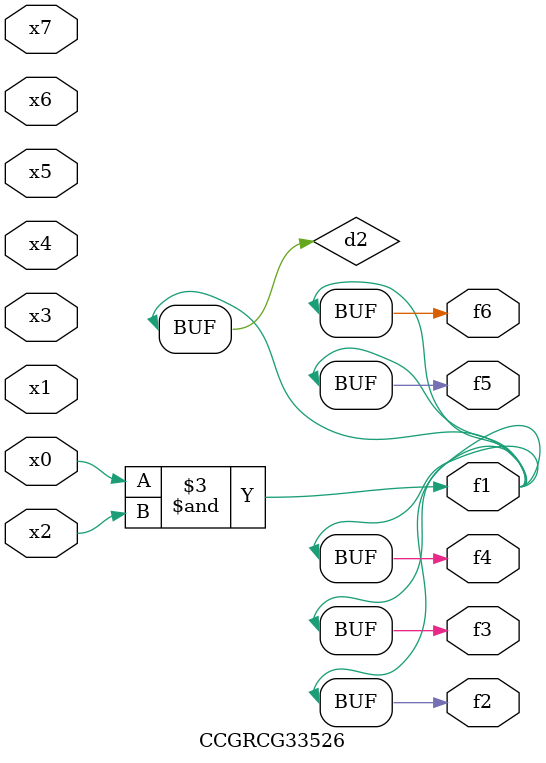
<source format=v>
module CCGRCG33526(
	input x0, x1, x2, x3, x4, x5, x6, x7,
	output f1, f2, f3, f4, f5, f6
);

	wire d1, d2;

	nor (d1, x3, x6);
	and (d2, x0, x2);
	assign f1 = d2;
	assign f2 = d2;
	assign f3 = d2;
	assign f4 = d2;
	assign f5 = d2;
	assign f6 = d2;
endmodule

</source>
